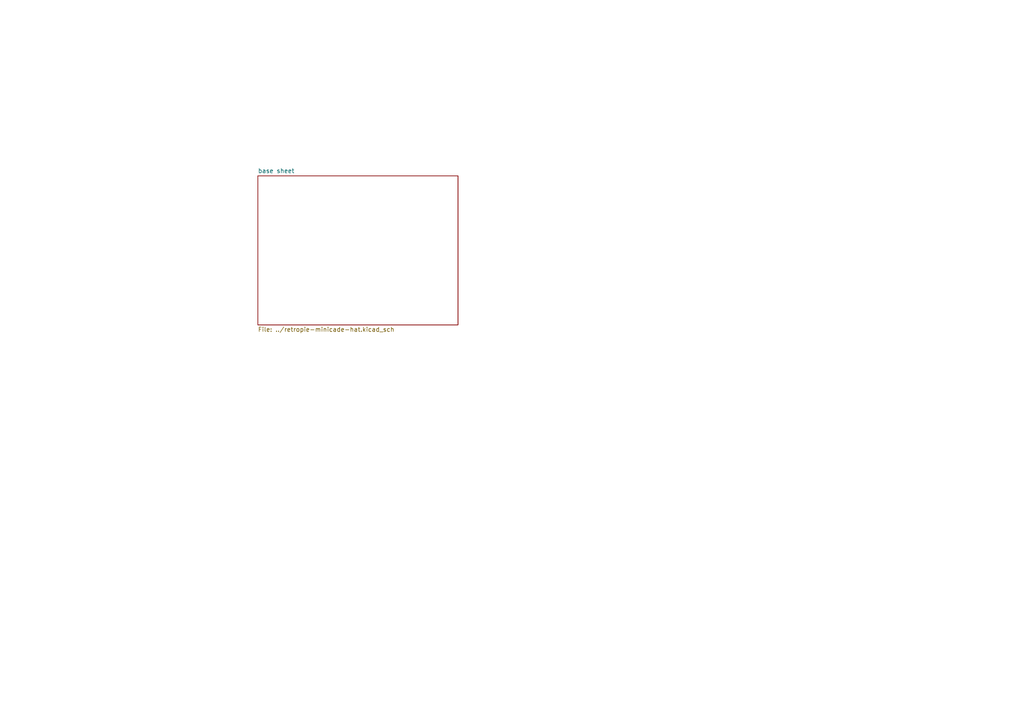
<source format=kicad_sch>
(kicad_sch (version 20211123) (generator eeschema)
  (paper "A4")
  (lib_symbols)
  (sheet (at 74.7808 50.9992) (size 58.0612 43.2348) (stroke (width 0.1524))
    (property "Sheet name" "base sheet" (at 74.7808 50.2876 0) (effects (justify left bottom)))
    (property "Sheet file" "..\\retropie-minicade-hat.kicad_sch" (at 74.7808 94.8186 0) (effects (justify left top)))
  )
)
</source>
